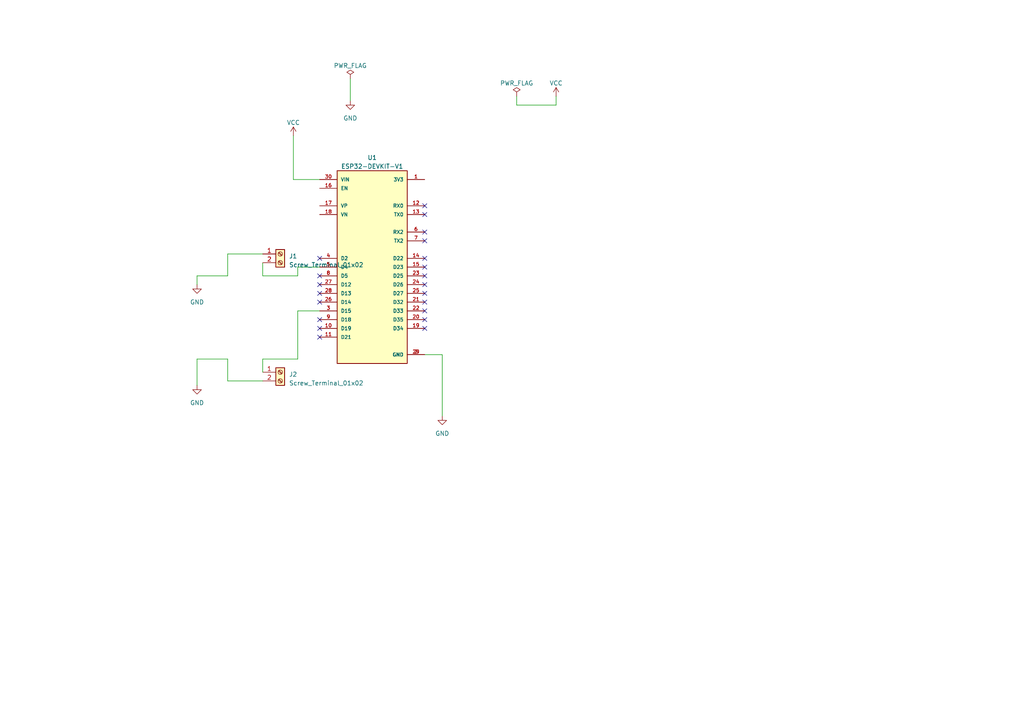
<source format=kicad_sch>
(kicad_sch (version 20230121) (generator eeschema)
  (paper "A4")
  (lib_symbols
    (symbol "Connector:Screw_Terminal_01x02" (pin_names (offset 1.016) hide)
      (property "Reference" "J" (at 0 2.54 0))
      (property "Value" "Screw_Terminal_01x02" (at 0 -5.08 0))
      (symbol "Screw_Terminal_01x02_1_1"
        (rectangle (start -1.27 1.27) (end 1.27 -3.81) (stroke (width 0.254)) (fill (type background)))
        (circle (center 0 -2.54) (radius 0.635) (stroke (width 0.1524)))
        (polyline (pts (xy -0.5334 -2.2098) (xy 0.3302 -3.048)) (stroke (width 0.1524)))
        (polyline (pts (xy -0.5334 0.3302) (xy 0.3302 -0.508)) (stroke (width 0.1524)))
        (polyline (pts (xy -0.3556 -2.032) (xy 0.508 -2.8702)) (stroke (width 0.1524)))
        (polyline (pts (xy -0.3556 0.508) (xy 0.508 -0.3302)) (stroke (width 0.1524)))
        (circle (center 0 0) (radius 0.635) (stroke (width 0.1524)))
        (pin passive line (at -5.08 0 0) (length 3.81) (name "Pin_1") (number "1"))
        (pin passive line (at -5.08 -2.54 0) (length 3.81) (name "Pin_2") (number "2"))
      )
    )
    (symbol "ESP32-DEVKIT-V1:ESP32-DEVKIT-V1" (pin_names (offset 1.016))
      (property "Reference" "U" (at -10.16 30.48 0))
      (property "Value" "ESP32-DEVKIT-V1" (at -10.16 -30.48 0))
      (symbol "ESP32-DEVKIT-V1_0_0"
        (rectangle (start -10.16 -27.94) (end 10.16 27.94) (stroke (width 0.254)) (fill (type background)))
        (pin output line (at 15.24 25.4 180) (length 5.08) (name "3V3") (number "1"))
        (pin bidirectional line (at -15.24 -17.78 0) (length 5.08) (name "D19") (number "10"))
        (pin bidirectional line (at -15.24 -20.32 0) (length 5.08) (name "D21") (number "11"))
        (pin input line (at 15.24 17.78 180) (length 5.08) (name "RX0") (number "12"))
        (pin output line (at 15.24 15.24 180) (length 5.08) (name "TX0") (number "13"))
        (pin bidirectional line (at 15.24 2.54 180) (length 5.08) (name "D22") (number "14"))
        (pin bidirectional line (at 15.24 0 180) (length 5.08) (name "D23") (number "15"))
        (pin input line (at -15.24 22.86 0) (length 5.08) (name "EN") (number "16"))
        (pin bidirectional line (at -15.24 17.78 0) (length 5.08) (name "VP") (number "17"))
        (pin bidirectional line (at -15.24 15.24 0) (length 5.08) (name "VN") (number "18"))
        (pin bidirectional line (at 15.24 -17.78 180) (length 5.08) (name "D34") (number "19"))
        (pin power_in line (at 15.24 -25.4 180) (length 5.08) (name "GND") (number "2"))
        (pin bidirectional line (at 15.24 -15.24 180) (length 5.08) (name "D35") (number "20"))
        (pin bidirectional line (at 15.24 -10.16 180) (length 5.08) (name "D32") (number "21"))
        (pin bidirectional line (at 15.24 -12.7 180) (length 5.08) (name "D33") (number "22"))
        (pin bidirectional line (at 15.24 -2.54 180) (length 5.08) (name "D25") (number "23"))
        (pin bidirectional line (at 15.24 -5.08 180) (length 5.08) (name "D26") (number "24"))
        (pin bidirectional line (at 15.24 -7.62 180) (length 5.08) (name "D27") (number "25"))
        (pin bidirectional line (at -15.24 -10.16 0) (length 5.08) (name "D14") (number "26"))
        (pin bidirectional line (at -15.24 -5.08 0) (length 5.08) (name "D12") (number "27"))
        (pin bidirectional line (at -15.24 -7.62 0) (length 5.08) (name "D13") (number "28"))
        (pin power_in line (at 15.24 -25.4 180) (length 5.08) (name "GND") (number "29"))
        (pin bidirectional line (at -15.24 -12.7 0) (length 5.08) (name "D15") (number "3"))
        (pin input line (at -15.24 25.4 0) (length 5.08) (name "VIN") (number "30"))
        (pin bidirectional line (at -15.24 2.54 0) (length 5.08) (name "D2") (number "4"))
        (pin bidirectional line (at -15.24 0 0) (length 5.08) (name "D4") (number "5"))
        (pin input line (at 15.24 10.16 180) (length 5.08) (name "RX2") (number "6"))
        (pin output line (at 15.24 7.62 180) (length 5.08) (name "TX2") (number "7"))
        (pin bidirectional line (at -15.24 -2.54 0) (length 5.08) (name "D5") (number "8"))
        (pin bidirectional line (at -15.24 -15.24 0) (length 5.08) (name "D18") (number "9"))
      )
    )
    (symbol "power:GND" (power) (pin_names (offset 0))
      (property "Value" "GND" (at 0 -3.81 0))
      (symbol "GND_0_1"
        (polyline (pts (xy 0 0) (xy 0 -1.27) (xy 1.27 -1.27) (xy 0 -2.54) (xy -1.27 -1.27) (xy 0 -1.27)))
      )
      (symbol "GND_1_1"
        (pin power_in line (at 0 0 270) (length 0) hide (name "GND") (number "1"))
      )
    )
    (symbol "power:PWR_FLAG" (power) (pin_numbers hide) (pin_names (offset 0) hide)
      (property "Value" "PWR_FLAG" (at 0 3.81 0))
      (symbol "PWR_FLAG_0_0"
        (pin power_out line (at 0 0 90) (length 0) (name "pwr") (number "1"))
      )
      (symbol "PWR_FLAG_0_1"
        (polyline (pts (xy 0 0) (xy 0 1.27) (xy -1.016 1.905) (xy 0 2.54) (xy 1.016 1.905) (xy 0 1.27)))
      )
    )
    (symbol "power:VCC" (power) (pin_names (offset 0))
      (property "Value" "VCC" (at 0 3.81 0))
      (symbol "VCC_0_1"
        (polyline (pts (xy -0.762 1.27) (xy 0 2.54)))
        (polyline (pts (xy 0 0) (xy 0 2.54)))
        (polyline (pts (xy 0 2.54) (xy 0.762 1.27)))
      )
      (symbol "VCC_1_1"
        (pin power_in line (at 0 0 90) (length 0) hide (name "VCC") (number "1"))
      )
    )
  )
  (no_connect (at 123.19 69.85))
  (no_connect (at 123.19 82.55))
  (no_connect (at 92.71 97.79))
  (no_connect (at 123.19 74.93))
  (no_connect (at 92.71 92.71))
  (no_connect (at 123.19 67.31))
  (no_connect (at 92.71 80.01))
  (no_connect (at 92.71 82.55))
  (no_connect (at 123.19 77.47))
  (no_connect (at 123.19 90.17))
  (no_connect (at 123.19 95.25))
  (no_connect (at 92.71 74.93))
  (no_connect (at 92.71 87.63))
  (no_connect (at 123.19 92.71))
  (no_connect (at 92.71 95.25))
  (no_connect (at 123.19 80.01))
  (no_connect (at 123.19 87.63))
  (no_connect (at 92.71 85.09))
  (no_connect (at 123.19 85.09))
  (no_connect (at 123.19 62.23))
  (no_connect (at 123.19 59.69))
  (wire (pts (xy 101.6 22.86) (xy 101.6 29.21)))
  (wire (pts (xy 66.04 80.01) (xy 57.15 80.01)))
  (wire (pts (xy 149.86 27.94) (xy 149.86 30.48)))
  (wire (pts (xy 76.2 80.01) (xy 86.36 80.01)))
  (wire (pts (xy 128.27 102.87) (xy 128.27 120.65)))
  (wire (pts (xy 92.71 77.47) (xy 86.36 77.47)))
  (wire (pts (xy 86.36 77.47) (xy 86.36 80.01)))
  (wire (pts (xy 76.2 76.2) (xy 76.2 80.01)))
  (wire (pts (xy 76.2 104.14) (xy 76.2 107.95)))
  (wire (pts (xy 128.27 102.87) (xy 123.19 102.87)))
  (wire (pts (xy 92.71 52.07) (xy 85.09 52.07)))
  (wire (pts (xy 57.15 104.14) (xy 66.04 104.14)))
  (wire (pts (xy 86.36 104.14) (xy 76.2 104.14)))
  (wire (pts (xy 149.86 30.48) (xy 161.29 30.48)))
  (wire (pts (xy 161.29 30.48) (xy 161.29 27.94)))
  (wire (pts (xy 57.15 80.01) (xy 57.15 82.55)))
  (wire (pts (xy 86.36 90.17) (xy 86.36 104.14)))
  (wire (pts (xy 92.71 90.17) (xy 86.36 90.17)))
  (wire (pts (xy 66.04 110.49) (xy 66.04 104.14)))
  (wire (pts (xy 57.15 111.76) (xy 57.15 104.14)))
  (wire (pts (xy 66.04 73.66) (xy 76.2 73.66)))
  (wire (pts (xy 85.09 39.37) (xy 85.09 52.07)))
  (wire (pts (xy 76.2 110.49) (xy 66.04 110.49)))
  (wire (pts (xy 66.04 80.01) (xy 66.04 73.66)))
  (symbol (lib_id "ESP32-DEVKIT-V1:ESP32-DEVKIT-V1") (at 107.95 77.47 0) (unit 1)
    (property "Reference" "U1" (at 107.95 45.72 0))
    (property "Value" "ESP32-DEVKIT-V1" (at 107.95 48.26 0))
    (property "Footprint" "ESP32-DEVKIT-V1:MODULE_ESP32_DEVKIT_V1" (effects hide))
    (property "MP" "ESP32-DEVKIT-V1" (effects hide))
    (property "Package" "None" (effects hide))
    (property "Price" "None" (effects hide))
    (property "Description" "\\nDual core, Wi-Fi: 2.4 GHz up to 150 Mbits/s,BLE (Bluetooth Low Energy) and legacy Bluetooth, 32 bits, Up to 240 MHz\\n" (effects hide))
    (property "MF" "Do it" (effects hide))
    (property "Availability" "Not in stock" (effects hide))
  )
  (symbol (lib_id "Connector:Screw_Terminal_01x02") (at 81.28 107.95 0) (unit 1)
    (property "Reference" "J2" (at 83.82 108.585 0) (effects (justify left)))
    (property "Value" "Screw_Terminal_01x02" (at 83.82 111.125 0) (effects (justify left)))
    (property "Footprint" "Connector_Phoenix_MC_HighVoltage:PhoenixContact_MCV_1,5_2-G-5.08_1x02_P5.08mm_Vertical" (effects hide))
  )
  (symbol (lib_id "power:GND") (at 57.15 82.55 0) (unit 1)
    (property "Reference" "#PWR04" (effects hide))
    (property "Value" "GND" (at 57.15 87.63 0))
  )
  (symbol (lib_id "power:GND") (at 57.15 111.76 0) (unit 1)
    (property "Reference" "#PWR06" (effects hide))
    (property "Value" "GND" (at 57.15 116.84 0))
  )
  (symbol (lib_id "Connector:Screw_Terminal_01x02") (at 81.28 73.66 0) (unit 1)
    (property "Reference" "J1" (at 83.82 74.295 0) (effects (justify left)))
    (property "Value" "Screw_Terminal_01x02" (at 83.82 76.835 0) (effects (justify left)))
    (property "Footprint" "Connector_Phoenix_MC_HighVoltage:PhoenixContact_MCV_1,5_2-G-5.08_1x02_P5.08mm_Vertical" (effects hide))
  )
  (symbol (lib_id "power:GND") (at 101.6 29.21 0) (unit 1)
    (property "Reference" "#PWR08" (effects hide))
    (property "Value" "GND" (at 101.6 34.29 0))
  )
  (symbol (lib_id "power:PWR_FLAG") (at 101.6 22.86 0) (unit 1)
    (property "Reference" "#FLG02" (effects hide))
    (property "Value" "PWR_FLAG" (at 101.6 19.05 0))
  )
  (symbol (lib_id "power:PWR_FLAG") (at 149.86 27.94 0) (unit 1)
    (property "Reference" "#FLG01" (effects hide))
    (property "Value" "PWR_FLAG" (at 149.86 24.13 0))
  )
  (symbol (lib_id "power:VCC") (at 85.09 39.37 0) (unit 1)
    (property "Reference" "#PWR02" (effects hide))
    (property "Value" "VCC" (at 85.09 35.56 0))
  )
  (symbol (lib_id "power:GND") (at 128.27 120.65 0) (unit 1)
    (property "Reference" "#PWR01" (effects hide))
    (property "Value" "GND" (at 128.27 125.73 0))
  )
  (symbol (lib_id "power:VCC") (at 161.29 27.94 0) (unit 1)
    (property "Reference" "#PWR07" (effects hide))
    (property "Value" "VCC" (at 161.29 24.13 0))
  )
)
</source>
